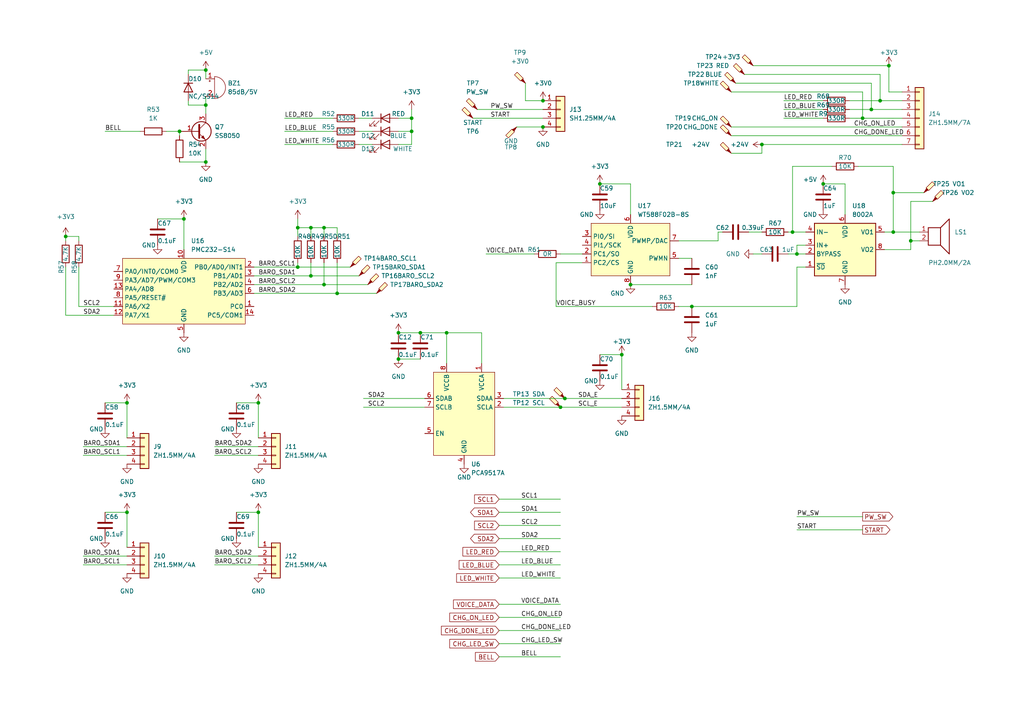
<source format=kicad_sch>
(kicad_sch (version 20211123) (generator eeschema)
  (paper "A4")
  (title_block (title "EDS-01-Main") (date "2022-10-19") (rev "V0.2") (company "Timye"))
  (lib_symbols
    (symbol "Connector:TestPoint_Probe" (pin_numbers hide) (pin_names (offset 0.762) hide)
      (property "Reference" "TP" (at 1.651 5.842 0))
      (property "Value" "TestPoint_Probe" (at 1.651 4.064 0))
      (symbol "TestPoint_Probe_0_1"
        (polyline (pts (xy 1.27 0.762) (xy 0 0) (xy 0.762 1.27) (xy 1.27 0.762)) (fill (type outline)))
        (polyline (pts (xy 1.397 0.635) (xy 0.635 1.397) (xy 2.413 3.175) (xy 3.175 2.413) (xy 1.397 0.635)) (fill (type background)))
      )
      (symbol "TestPoint_Probe_1_1"
        (pin passive line (at 0 0 90) (length 0) (name "1") (number "1"))
      )
    )
    (symbol "Connector_Generic:Conn_01x04" (pin_names (offset 1.016) hide)
      (property "Reference" "J" (at 0 5.08 0))
      (property "Value" "Conn_01x04" (at 0 -7.62 0))
      (symbol "Conn_01x04_1_1"
        (rectangle (start -1.27 -4.953) (end 0 -5.207) (stroke (width 0.1524)))
        (rectangle (start -1.27 -2.413) (end 0 -2.667) (stroke (width 0.1524)))
        (rectangle (start -1.27 0.127) (end 0 -0.127) (stroke (width 0.1524)))
        (rectangle (start -1.27 2.667) (end 0 2.413) (stroke (width 0.1524)))
        (rectangle (start -1.27 3.81) (end 1.27 -6.35) (stroke (width 0.254)) (fill (type background)))
        (pin passive line (at -5.08 2.54 0) (length 3.81) (name "Pin_1") (number "1"))
        (pin passive line (at -5.08 0 0) (length 3.81) (name "Pin_2") (number "2"))
        (pin passive line (at -5.08 -2.54 0) (length 3.81) (name "Pin_3") (number "3"))
        (pin passive line (at -5.08 -5.08 0) (length 3.81) (name "Pin_4") (number "4"))
      )
    )
    (symbol "Connector_Generic:Conn_01x07" (pin_names (offset 1.016) hide)
      (property "Reference" "J" (at 0 10.16 0))
      (property "Value" "Conn_01x07" (at 0 -10.16 0))
      (symbol "Conn_01x07_1_1"
        (rectangle (start -1.27 -7.493) (end 0 -7.747) (stroke (width 0.1524)))
        (rectangle (start -1.27 -4.953) (end 0 -5.207) (stroke (width 0.1524)))
        (rectangle (start -1.27 -2.413) (end 0 -2.667) (stroke (width 0.1524)))
        (rectangle (start -1.27 0.127) (end 0 -0.127) (stroke (width 0.1524)))
        (rectangle (start -1.27 2.667) (end 0 2.413) (stroke (width 0.1524)))
        (rectangle (start -1.27 5.207) (end 0 4.953) (stroke (width 0.1524)))
        (rectangle (start -1.27 7.747) (end 0 7.493) (stroke (width 0.1524)))
        (rectangle (start -1.27 8.89) (end 1.27 -8.89) (stroke (width 0.254)) (fill (type background)))
        (pin passive line (at -5.08 7.62 0) (length 3.81) (name "Pin_1") (number "1"))
        (pin passive line (at -5.08 5.08 0) (length 3.81) (name "Pin_2") (number "2"))
        (pin passive line (at -5.08 2.54 0) (length 3.81) (name "Pin_3") (number "3"))
        (pin passive line (at -5.08 0 0) (length 3.81) (name "Pin_4") (number "4"))
        (pin passive line (at -5.08 -2.54 0) (length 3.81) (name "Pin_5") (number "5"))
        (pin passive line (at -5.08 -5.08 0) (length 3.81) (name "Pin_6") (number "6"))
        (pin passive line (at -5.08 -7.62 0) (length 3.81) (name "Pin_7") (number "7"))
      )
    )
    (symbol "Device:Buzzer" (pin_names (offset 0.0254) hide)
      (property "Reference" "BZ" (at 3.81 1.27 0))
      (property "Value" "Buzzer" (at 3.81 -1.27 0))
      (symbol "Buzzer_0_1"
        (arc (start 0 -3.175) (mid 3.175 0) (end 0 3.175))
        (polyline (pts (xy -1.651 1.905) (xy -1.143 1.905)))
        (polyline (pts (xy -1.397 2.159) (xy -1.397 1.651)))
        (polyline (pts (xy 0 3.175) (xy 0 -3.175)))
      )
      (symbol "Buzzer_1_1"
        (pin passive line (at -2.54 2.54 0) (length 2.54) (name "-") (number "1"))
        (pin passive line (at -2.54 -2.54 0) (length 2.54) (name "+") (number "2"))
      )
    )
    (symbol "Device:C" (pin_numbers hide) (pin_names (offset 0.254))
      (property "Reference" "C" (at 0.635 2.54 0))
      (property "Value" "C" (at 0.635 -2.54 0))
      (symbol "C_0_1"
        (polyline (pts (xy -2.032 -0.762) (xy 2.032 -0.762)) (stroke (width 0.508)))
        (polyline (pts (xy -2.032 0.762) (xy 2.032 0.762)) (stroke (width 0.508)))
      )
      (symbol "C_1_1"
        (pin passive line (at 0 3.81 270) (length 2.794) (name "~") (number "1"))
        (pin passive line (at 0 -3.81 90) (length 2.794) (name "~") (number "2"))
      )
    )
    (symbol "Device:D" (pin_numbers hide) (pin_names (offset 1.016) hide)
      (property "Reference" "D" (at 0 2.54 0))
      (property "Value" "D" (at 0 -2.54 0))
      (symbol "D_0_1"
        (polyline (pts (xy -1.27 1.27) (xy -1.27 -1.27)) (stroke (width 0.254)))
        (polyline (pts (xy 1.27 0) (xy -1.27 0)))
        (polyline (pts (xy 1.27 1.27) (xy 1.27 -1.27) (xy -1.27 0) (xy 1.27 1.27)) (stroke (width 0.254)))
      )
      (symbol "D_1_1"
        (pin passive line (at -3.81 0 0) (length 2.54) (name "K") (number "1"))
        (pin passive line (at 3.81 0 180) (length 2.54) (name "A") (number "2"))
      )
    )
    (symbol "Device:LED" (pin_numbers hide) (pin_names (offset 1.016) hide)
      (property "Reference" "D" (at 0 2.54 0))
      (property "Value" "LED" (at 0 -2.54 0))
      (symbol "LED_0_1"
        (polyline (pts (xy -1.27 -1.27) (xy -1.27 1.27)) (stroke (width 0.254)))
        (polyline (pts (xy -1.27 0) (xy 1.27 0)))
        (polyline (pts (xy 1.27 -1.27) (xy 1.27 1.27) (xy -1.27 0) (xy 1.27 -1.27)) (stroke (width 0.254)))
        (polyline (pts (xy -3.048 -0.762) (xy -4.572 -2.286) (xy -3.81 -2.286) (xy -4.572 -2.286) (xy -4.572 -1.524)))
        (polyline (pts (xy -1.778 -0.762) (xy -3.302 -2.286) (xy -2.54 -2.286) (xy -3.302 -2.286) (xy -3.302 -1.524)))
      )
      (symbol "LED_1_1"
        (pin passive line (at -3.81 0 0) (length 2.54) (name "K") (number "1"))
        (pin passive line (at 3.81 0 180) (length 2.54) (name "A") (number "2"))
      )
    )
    (symbol "Device:Q_NPN_BEC" (pin_names (offset 0) hide)
      (property "Reference" "Q" (at 5.08 1.27 0))
      (property "Value" "Q_NPN_BEC" (at 5.08 -1.27 0))
      (symbol "Q_NPN_BEC_0_1"
        (polyline (pts (xy 0.635 0.635) (xy 2.54 2.54)))
        (polyline (pts (xy 0.635 -0.635) (xy 2.54 -2.54) (xy 2.54 -2.54)))
        (polyline (pts (xy 0.635 1.905) (xy 0.635 -1.905) (xy 0.635 -1.905)) (stroke (width 0.508)))
        (polyline (pts (xy 1.27 -1.778) (xy 1.778 -1.27) (xy 2.286 -2.286) (xy 1.27 -1.778) (xy 1.27 -1.778)) (fill (type outline)))
        (circle (center 1.27 0) (radius 2.8194) (stroke (width 0.254)))
      )
      (symbol "Q_NPN_BEC_1_1"
        (pin input line (at -5.08 0 0) (length 5.715) (name "B") (number "1"))
        (pin passive line (at 2.54 -5.08 90) (length 2.54) (name "E") (number "2"))
        (pin passive line (at 2.54 5.08 270) (length 2.54) (name "C") (number "3"))
      )
    )
    (symbol "Device:R" (pin_numbers hide) (pin_names (offset 0))
      (property "Reference" "R" (at 2.032 0 90))
      (property "Value" "R" (at 0 0 90))
      (symbol "R_0_1"
        (rectangle (start -1.016 -2.54) (end 1.016 2.54) (stroke (width 0.254)))
      )
      (symbol "R_1_1"
        (pin passive line (at 0 3.81 270) (length 1.27) (name "~") (number "1"))
        (pin passive line (at 0 -3.81 90) (length 1.27) (name "~") (number "2"))
      )
    )
    (symbol "Device:Speaker" (pin_names (offset 0) hide)
      (property "Reference" "LS" (at 1.27 5.715 0))
      (property "Value" "Speaker" (at 1.27 3.81 0))
      (symbol "Speaker_0_0"
        (rectangle (start -2.54 1.27) (end 1.016 -3.81) (stroke (width 0.254)))
        (polyline (pts (xy 1.016 1.27) (xy 3.556 3.81) (xy 3.556 -6.35) (xy 1.016 -3.81)) (stroke (width 0.254)))
      )
      (symbol "Speaker_1_1"
        (pin input line (at -5.08 0 0) (length 2.54) (name "1") (number "1"))
        (pin input line (at -5.08 -2.54 0) (length 2.54) (name "2") (number "2"))
      )
    )
    (symbol "Ovo_Amplifier:8002A"
      (property "Reference" "U" (at -8.89 11.43 0))
      (property "Value" "8002A" (at -8.89 8.89 0))
      (symbol "8002A_0_1"
        (rectangle (start -8.89 7.62) (end 8.89 -7.62) (stroke (width 0.254)) (fill (type background)))
      )
      (symbol "8002A_1_1"
        (pin input line (at -11.43 -5.08 0) (length 2.54) (name "~{SD}") (number "1"))
        (pin input line (at -11.43 -1.27 0) (length 2.54) (name "BYPASS") (number "2"))
        (pin input line (at -11.43 1.27 0) (length 2.54) (name "IN+") (number "3"))
        (pin input line (at -11.43 5.08 0) (length 2.54) (name "IN-") (number "4"))
        (pin output line (at 11.43 5.08 180) (length 2.54) (name "VO1") (number "5"))
        (pin power_in line (at 0 10.16 270) (length 2.54) (name "VDD") (number "6"))
        (pin power_in line (at 0 -10.16 90) (length 2.54) (name "GND") (number "7"))
        (pin output line (at 11.43 0 180) (length 2.54) (name "VO2") (number "8"))
      )
    )
    (symbol "Ovo_Audio:WT588F02B-8S"
      (property "Reference" "U" (at 3.81 11.43 0))
      (property "Value" "WT588F02B-8S" (at 10.16 8.89 0))
      (symbol "WT588F02B-8S_0_1"
        (rectangle (start -11.43 7.62) (end 11.43 -7.62) (fill (type background)))
      )
      (symbol "WT588F02B-8S_1_1"
        (pin bidirectional line (at -13.97 -3.81 0) (length 2.54) (name "PC2/CS") (number "1"))
        (pin bidirectional line (at -13.97 -1.27 0) (length 2.54) (name "PC1/SO") (number "2"))
        (pin bidirectional line (at -13.97 3.81 0) (length 2.54) (name "PI0/SI") (number "3"))
        (pin bidirectional line (at -13.97 1.27 0) (length 2.54) (name "PI1/SCK") (number "4"))
        (pin output line (at 13.97 -2.54 180) (length 2.54) (name "PWMN") (number "5"))
        (pin power_in line (at 0 10.16 270) (length 2.54) (name "VDD") (number "6"))
        (pin output line (at 13.97 2.54 180) (length 2.54) (name "PWMP/DAC") (number "7"))
        (pin power_in line (at 0 -10.16 90) (length 2.54) (name "GND") (number "8"))
      )
    )
    (symbol "Ovo_Interface_Expansion:PCA9517A"
      (property "Reference" "U" (at 2.54 -15.24 0))
      (property "Value" "PCA9517A" (at 6.35 -12.7 0))
      (symbol "PCA9517A_0_1"
        (rectangle (start -8.89 12.7) (end 8.89 -11.43) (fill (type background)))
      )
      (symbol "PCA9517A_1_1"
        (pin power_in line (at 5.08 15.24 270) (length 2.54) (name "VCCA") (number "1"))
        (pin bidirectional line (at 11.43 2.54 180) (length 2.54) (name "SCLA") (number "2"))
        (pin bidirectional line (at 11.43 5.08 180) (length 2.54) (name "SDAA") (number "3"))
        (pin power_in line (at 0 -13.97 90) (length 2.54) (name "GND") (number "4"))
        (pin input line (at -11.43 -5.08 0) (length 2.54) (name "EN") (number "5"))
        (pin bidirectional line (at -11.43 5.08 0) (length 2.54) (name "SDAB") (number "6"))
        (pin bidirectional line (at -11.43 2.54 0) (length 2.54) (name "SCLB") (number "7"))
        (pin power_in line (at -5.08 15.24 270) (length 2.54) (name "VCCB") (number "8"))
      )
    )
    (symbol "Ovo_MCU_Padauk:PMC232-S14"
      (property "Reference" "U" (at -15.24 12.7 0))
      (property "Value" "PMC232-S14" (at 11.43 12.7 0))
      (symbol "PMC232-S14_0_1"
        (rectangle (start -17.78 11.43) (end 17.78 -7.62) (fill (type background)))
      )
      (symbol "PMC232-S14_1_1"
        (pin bidirectional line (at 20.32 -2.54 180) (length 2.54) (name "PC0") (number "1"))
        (pin power_in line (at 0 13.97 270) (length 2.54) (name "VDD") (number "10"))
        (pin bidirectional line (at -20.32 -2.54 0) (length 2.54) (name "PA6/X2") (number "11"))
        (pin bidirectional line (at -20.32 -5.08 0) (length 2.54) (name "PA7/X1") (number "12"))
        (pin bidirectional line (at -20.32 2.54 0) (length 2.54) (name "PA4/AD8") (number "13"))
        (pin bidirectional line (at 20.32 -5.08 180) (length 2.54) (name "PC5/COM1") (number "14"))
        (pin bidirectional line (at 20.32 8.89 180) (length 2.54) (name "PB0/AD0/INT1") (number "2"))
        (pin bidirectional line (at 20.32 6.35 180) (length 2.54) (name "PB1/AD1") (number "3"))
        (pin bidirectional line (at 20.32 3.81 180) (length 2.54) (name "PB2/AD2") (number "4"))
        (pin power_in line (at 0 -10.16 90) (length 2.54) (name "GND") (number "5"))
        (pin bidirectional line (at 20.32 1.27 180) (length 2.54) (name "PB3/AD3") (number "6"))
        (pin bidirectional line (at -20.32 7.62 0) (length 2.54) (name "PA0/INT0/COM0") (number "7"))
        (pin bidirectional line (at -20.32 0 0) (length 2.54) (name "PA5/RESET#") (number "8"))
        (pin bidirectional line (at -20.32 5.08 0) (length 2.54) (name "PA3/AD7/PWM/COM3") (number "9"))
      )
    )
    (symbol "power:+24V" (power) (pin_names (offset 0))
      (property "Value" "+24V" (at 0 3.556 0))
      (symbol "+24V_0_1"
        (polyline (pts (xy -0.762 1.27) (xy 0 2.54)))
        (polyline (pts (xy 0 0) (xy 0 2.54)))
        (polyline (pts (xy 0 2.54) (xy 0.762 1.27)))
      )
      (symbol "+24V_1_1"
        (pin power_in line (at 0 0 90) (length 0) hide (name "+24V") (number "1"))
      )
    )
    (symbol "power:+3V0" (power) (pin_names (offset 0))
      (property "Value" "+3V0" (at 0 3.556 0))
      (symbol "+3V0_0_1"
        (polyline (pts (xy -0.762 1.27) (xy 0 2.54)))
        (polyline (pts (xy 0 0) (xy 0 2.54)))
        (polyline (pts (xy 0 2.54) (xy 0.762 1.27)))
      )
      (symbol "+3V0_1_1"
        (pin power_in line (at 0 0 90) (length 0) hide (name "+3V0") (number "1"))
      )
    )
    (symbol "power:+3V3" (power) (pin_names (offset 0))
      (property "Value" "+3V3" (at 0 3.556 0))
      (symbol "+3V3_0_1"
        (polyline (pts (xy -0.762 1.27) (xy 0 2.54)))
        (polyline (pts (xy 0 0) (xy 0 2.54)))
        (polyline (pts (xy 0 2.54) (xy 0.762 1.27)))
      )
      (symbol "+3V3_1_1"
        (pin power_in line (at 0 0 90) (length 0) hide (name "+3V3") (number "1"))
      )
    )
    (symbol "power:+5V" (power) (pin_names (offset 0))
      (property "Value" "+5V" (at 0 3.556 0))
      (symbol "+5V_0_1"
        (polyline (pts (xy -0.762 1.27) (xy 0 2.54)))
        (polyline (pts (xy 0 0) (xy 0 2.54)))
        (polyline (pts (xy 0 2.54) (xy 0.762 1.27)))
      )
      (symbol "+5V_1_1"
        (pin power_in line (at 0 0 90) (length 0) hide (name "+5V") (number "1"))
      )
    )
    (symbol "power:GND" (power) (pin_names (offset 0))
      (property "Value" "GND" (at 0 -3.81 0))
      (symbol "GND_0_1"
        (polyline (pts (xy 0 0) (xy 0 -1.27) (xy 1.27 -1.27) (xy 0 -2.54) (xy -1.27 -1.27) (xy 0 -1.27)))
      )
      (symbol "GND_1_1"
        (pin power_in line (at 0 0 270) (length 0) hide (name "GND") (number "1"))
      )
    )
  )
  (junction (at 163.83 115.57))
  (junction (at 264.16 69.85))
  (junction (at 257.81 19.05))
  (junction (at 182.88 82.55))
  (junction (at 157.48 29.21))
  (junction (at 97.79 85.09))
  (junction (at 36.83 116.84))
  (junction (at 74.93 148.59))
  (junction (at 229.87 67.31))
  (junction (at 90.17 80.01))
  (junction (at 115.57 96.52))
  (junction (at 19.05 68.58))
  (junction (at 86.36 77.47))
  (junction (at 53.34 63.5))
  (junction (at 90.17 66.04))
  (junction (at 86.36 66.04))
  (junction (at 115.57 104.14))
  (junction (at 119.38 38.1))
  (junction (at 162.56 118.11))
  (junction (at 252.73 31.75))
  (junction (at 36.83 148.59))
  (junction (at 59.69 30.48))
  (junction (at 238.76 53.34))
  (junction (at 220.98 41.91))
  (junction (at 200.66 88.9))
  (junction (at 59.69 46.99))
  (junction (at 259.08 67.31))
  (junction (at 250.19 34.29))
  (junction (at 231.14 73.66))
  (junction (at 259.08 55.88))
  (junction (at 157.48 36.83))
  (junction (at 52.07 38.1))
  (junction (at 93.98 82.55))
  (junction (at 173.99 53.34))
  (junction (at 121.92 96.52))
  (junction (at 255.27 29.21))
  (junction (at 93.98 66.04))
  (junction (at 59.69 20.32))
  (junction (at 129.54 96.52))
  (junction (at 119.38 34.29))
  (junction (at 180.34 102.87))
  (junction (at 74.93 116.84))
  (wire (pts (xy 250.19 26.67) (xy 250.19 34.29)))
  (wire (pts (xy 257.81 19.05) (xy 257.81 26.67)))
  (wire (pts (xy 144.78 156.21) (xy 162.56 156.21)))
  (wire (pts (xy 19.05 69.85) (xy 19.05 68.58)))
  (wire (pts (xy 245.11 53.34) (xy 245.11 62.23)))
  (wire (pts (xy 146.05 115.57) (xy 163.83 115.57)))
  (wire (pts (xy 173.99 102.87) (xy 180.34 102.87)))
  (wire (pts (xy 104.14 34.29) (xy 107.95 34.29)))
  (wire (pts (xy 86.36 66.04) (xy 86.36 68.58)))
  (wire (pts (xy 231.14 88.9) (xy 231.14 77.47)))
  (wire (pts (xy 82.55 41.91) (xy 96.52 41.91)))
  (wire (pts (xy 144.78 190.5) (xy 162.56 190.5)))
  (wire (pts (xy 246.38 29.21) (xy 255.27 29.21)))
  (wire (pts (xy 217.17 67.31) (xy 220.98 67.31)))
  (wire (pts (xy 140.97 73.66) (xy 154.94 73.66)))
  (wire (pts (xy 257.81 26.67) (xy 261.62 26.67)))
  (wire (pts (xy 246.38 31.75) (xy 252.73 31.75)))
  (wire (pts (xy 215.9 21.59) (xy 255.27 21.59)))
  (wire (pts (xy 252.73 24.13) (xy 252.73 31.75)))
  (wire (pts (xy 213.36 24.13) (xy 252.73 24.13)))
  (wire (pts (xy 270.51 58.42) (xy 264.16 58.42)))
  (wire (pts (xy 24.13 129.54) (xy 36.83 129.54)))
  (wire (pts (xy 54.61 21.59) (xy 54.61 20.32)))
  (wire (pts (xy 238.76 53.34) (xy 245.11 53.34)))
  (wire (pts (xy 152.4 24.13) (xy 152.4 29.21)))
  (wire (pts (xy 212.09 39.37) (xy 261.62 39.37)))
  (wire (pts (xy 115.57 34.29) (xy 119.38 34.29)))
  (wire (pts (xy 59.69 27.94) (xy 59.69 30.48)))
  (wire (pts (xy 62.23 161.29) (xy 74.93 161.29)))
  (wire (pts (xy 54.61 30.48) (xy 59.69 30.48)))
  (wire (pts (xy 82.55 38.1) (xy 96.52 38.1)))
  (wire (pts (xy 59.69 30.48) (xy 59.69 33.02)))
  (wire (pts (xy 93.98 82.55) (xy 106.68 82.55)))
  (wire (pts (xy 259.08 55.88) (xy 267.97 55.88)))
  (wire (pts (xy 121.92 96.52) (xy 129.54 96.52)))
  (wire (pts (xy 256.54 72.39) (xy 264.16 72.39)))
  (wire (pts (xy 93.98 66.04) (xy 93.98 68.58)))
  (wire (pts (xy 82.55 34.29) (xy 96.52 34.29)))
  (wire (pts (xy 162.56 118.11) (xy 180.34 118.11)))
  (wire (pts (xy 212.09 36.83) (xy 261.62 36.83)))
  (wire (pts (xy 212.09 44.45) (xy 220.98 44.45)))
  (wire (pts (xy 200.66 74.93) (xy 196.85 74.93)))
  (wire (pts (xy 73.66 85.09) (xy 97.79 85.09)))
  (wire (pts (xy 248.92 48.26) (xy 259.08 48.26)))
  (wire (pts (xy 54.61 20.32) (xy 59.69 20.32)))
  (wire (pts (xy 24.13 161.29) (xy 36.83 161.29)))
  (wire (pts (xy 227.33 34.29) (xy 238.76 34.29)))
  (wire (pts (xy 90.17 80.01) (xy 104.14 80.01)))
  (wire (pts (xy 52.07 38.1) (xy 52.07 39.37)))
  (wire (pts (xy 62.23 129.54) (xy 74.93 129.54)))
  (wire (pts (xy 119.38 38.1) (xy 119.38 41.91)))
  (wire (pts (xy 97.79 85.09) (xy 109.22 85.09)))
  (wire (pts (xy 144.78 179.07) (xy 162.56 179.07)))
  (wire (pts (xy 36.83 116.84) (xy 36.83 127)))
  (wire (pts (xy 30.48 148.59) (xy 36.83 148.59)))
  (wire (pts (xy 22.86 88.9) (xy 33.02 88.9)))
  (wire (pts (xy 137.16 34.29) (xy 157.48 34.29)))
  (wire (pts (xy 229.87 67.31) (xy 233.68 67.31)))
  (wire (pts (xy 144.78 160.02) (xy 162.56 160.02)))
  (wire (pts (xy 86.36 77.47) (xy 86.36 76.2)))
  (wire (pts (xy 233.68 71.12) (xy 231.14 71.12)))
  (wire (pts (xy 86.36 63.5) (xy 86.36 66.04)))
  (wire (pts (xy 182.88 53.34) (xy 182.88 62.23)))
  (wire (pts (xy 68.58 116.84) (xy 74.93 116.84)))
  (wire (pts (xy 180.34 102.87) (xy 180.34 113.03)))
  (wire (pts (xy 144.78 163.83) (xy 162.56 163.83)))
  (wire (pts (xy 115.57 38.1) (xy 119.38 38.1)))
  (wire (pts (xy 59.69 20.32) (xy 59.69 22.86)))
  (wire (pts (xy 30.48 116.84) (xy 36.83 116.84)))
  (wire (pts (xy 59.69 43.18) (xy 59.69 46.99)))
  (wire (pts (xy 246.38 34.29) (xy 250.19 34.29)))
  (wire (pts (xy 129.54 96.52) (xy 129.54 105.41)))
  (wire (pts (xy 231.14 71.12) (xy 231.14 73.66)))
  (wire (pts (xy 97.79 85.09) (xy 97.79 76.2)))
  (wire (pts (xy 196.85 69.85) (xy 208.28 69.85)))
  (wire (pts (xy 259.08 67.31) (xy 256.54 67.31)))
  (wire (pts (xy 90.17 66.04) (xy 90.17 68.58)))
  (wire (pts (xy 73.66 80.01) (xy 90.17 80.01)))
  (wire (pts (xy 48.26 38.1) (xy 52.07 38.1)))
  (wire (pts (xy 119.38 41.91) (xy 115.57 41.91)))
  (wire (pts (xy 139.7 96.52) (xy 129.54 96.52)))
  (wire (pts (xy 93.98 76.2) (xy 93.98 82.55)))
  (wire (pts (xy 152.4 29.21) (xy 157.48 29.21)))
  (wire (pts (xy 182.88 82.55) (xy 200.66 82.55)))
  (wire (pts (xy 90.17 76.2) (xy 90.17 80.01)))
  (wire (pts (xy 144.78 167.64) (xy 162.56 167.64)))
  (wire (pts (xy 227.33 31.75) (xy 238.76 31.75)))
  (wire (pts (xy 255.27 21.59) (xy 255.27 29.21)))
  (wire (pts (xy 229.87 48.26) (xy 229.87 67.31)))
  (wire (pts (xy 54.61 30.48) (xy 54.61 29.21)))
  (wire (pts (xy 19.05 77.47) (xy 19.05 91.44)))
  (wire (pts (xy 62.23 132.08) (xy 74.93 132.08)))
  (wire (pts (xy 200.66 88.9) (xy 231.14 88.9)))
  (wire (pts (xy 252.73 31.75) (xy 261.62 31.75)))
  (wire (pts (xy 220.98 41.91) (xy 261.62 41.91)))
  (wire (pts (xy 250.19 34.29) (xy 261.62 34.29)))
  (wire (pts (xy 86.36 66.04) (xy 90.17 66.04)))
  (wire (pts (xy 146.05 118.11) (xy 162.56 118.11)))
  (wire (pts (xy 52.07 46.99) (xy 59.69 46.99)))
  (wire (pts (xy 218.44 19.05) (xy 257.81 19.05)))
  (wire (pts (xy 259.08 67.31) (xy 266.7 67.31)))
  (wire (pts (xy 30.48 38.1) (xy 40.64 38.1)))
  (wire (pts (xy 163.83 115.57) (xy 180.34 115.57)))
  (wire (pts (xy 212.09 26.67) (xy 250.19 26.67)))
  (wire (pts (xy 161.29 88.9) (xy 161.29 76.2)))
  (wire (pts (xy 162.56 73.66) (xy 168.91 73.66)))
  (wire (pts (xy 231.14 77.47) (xy 233.68 77.47)))
  (wire (pts (xy 208.28 67.31) (xy 208.28 69.85)))
  (wire (pts (xy 139.7 105.41) (xy 139.7 96.52)))
  (wire (pts (xy 208.28 67.31) (xy 209.55 67.31)))
  (wire (pts (xy 53.34 63.5) (xy 53.34 72.39)))
  (wire (pts (xy 22.86 68.58) (xy 22.86 69.85)))
  (wire (pts (xy 24.13 132.08) (xy 36.83 132.08)))
  (wire (pts (xy 144.78 182.88) (xy 162.56 182.88)))
  (wire (pts (xy 264.16 72.39) (xy 264.16 69.85)))
  (wire (pts (xy 45.72 63.5) (xy 53.34 63.5)))
  (wire (pts (xy 161.29 76.2) (xy 168.91 76.2)))
  (wire (pts (xy 105.41 118.11) (xy 123.19 118.11)))
  (wire (pts (xy 228.6 67.31) (xy 229.87 67.31)))
  (wire (pts (xy 264.16 58.42) (xy 264.16 69.85)))
  (wire (pts (xy 19.05 91.44) (xy 33.02 91.44)))
  (wire (pts (xy 259.08 55.88) (xy 259.08 67.31)))
  (wire (pts (xy 86.36 77.47) (xy 101.6 77.47)))
  (wire (pts (xy 227.33 29.21) (xy 238.76 29.21)))
  (wire (pts (xy 115.57 104.14) (xy 121.92 104.14)))
  (wire (pts (xy 241.3 48.26) (xy 229.87 48.26)))
  (wire (pts (xy 119.38 31.75) (xy 119.38 34.29)))
  (wire (pts (xy 228.6 73.66) (xy 231.14 73.66)))
  (wire (pts (xy 220.98 73.66) (xy 218.44 73.66)))
  (wire (pts (xy 259.08 48.26) (xy 259.08 55.88)))
  (wire (pts (xy 74.93 116.84) (xy 74.93 127)))
  (wire (pts (xy 144.78 175.26) (xy 162.56 175.26)))
  (wire (pts (xy 119.38 34.29) (xy 119.38 38.1)))
  (wire (pts (xy 19.05 68.58) (xy 22.86 68.58)))
  (wire (pts (xy 68.58 148.59) (xy 74.93 148.59)))
  (wire (pts (xy 231.14 153.67) (xy 250.19 153.67)))
  (wire (pts (xy 138.43 31.75) (xy 157.48 31.75)))
  (wire (pts (xy 173.99 53.34) (xy 182.88 53.34)))
  (wire (pts (xy 74.93 148.59) (xy 74.93 158.75)))
  (wire (pts (xy 189.23 88.9) (xy 161.29 88.9)))
  (wire (pts (xy 73.66 82.55) (xy 93.98 82.55)))
  (wire (pts (xy 36.83 148.59) (xy 36.83 158.75)))
  (wire (pts (xy 149.86 36.83) (xy 157.48 36.83)))
  (wire (pts (xy 62.23 163.83) (xy 74.93 163.83)))
  (wire (pts (xy 220.98 44.45) (xy 220.98 41.91)))
  (wire (pts (xy 90.17 66.04) (xy 93.98 66.04)))
  (wire (pts (xy 97.79 68.58) (xy 97.79 66.04)))
  (wire (pts (xy 231.14 73.66) (xy 233.68 73.66)))
  (wire (pts (xy 144.78 186.69) (xy 162.56 186.69)))
  (wire (pts (xy 196.85 88.9) (xy 200.66 88.9)))
  (wire (pts (xy 105.41 115.57) (xy 123.19 115.57)))
  (wire (pts (xy 144.78 148.59) (xy 162.56 148.59)))
  (wire (pts (xy 255.27 29.21) (xy 261.62 29.21)))
  (wire (pts (xy 231.14 149.86) (xy 250.19 149.86)))
  (wire (pts (xy 121.92 96.52) (xy 115.57 96.52)))
  (wire (pts (xy 144.78 144.78) (xy 162.56 144.78)))
  (wire (pts (xy 104.14 41.91) (xy 107.95 41.91)))
  (wire (pts (xy 104.14 38.1) (xy 107.95 38.1)))
  (wire (pts (xy 93.98 66.04) (xy 97.79 66.04)))
  (wire (pts (xy 24.13 163.83) (xy 36.83 163.83)))
  (wire (pts (xy 22.86 77.47) (xy 22.86 88.9)))
  (wire (pts (xy 73.66 77.47) (xy 86.36 77.47)))
  (wire (pts (xy 144.78 152.4) (xy 162.56 152.4)))
  (wire (pts (xy 264.16 69.85) (xy 266.7 69.85)))
  (label "LED_WHITE" (at 151.13 167.64 0))
  (label "BELL" (at 30.48 38.1 0))
  (label "SCL2" (at 106.68 118.11 0))
  (label "SDA2" (at 151.13 156.21 0))
  (label "SDA1" (at 151.13 148.59 0))
  (label "CHG_ON_LED" (at 247.65 36.83 0))
  (label "START" (at 231.14 153.67 0))
  (label "BARO_SDA1" (at 24.13 129.54 0))
  (label "BARO_SDA2" (at 74.93 85.09 0))
  (label "LED_RED" (at 151.13 160.02 0))
  (label "CHG_DONE_LED" (at 151.13 182.88 0))
  (label "BARO_SDA1" (at 74.93 80.01 0))
  (label "SDA2" (at 24.13 91.44 0))
  (label "BARO_SDA2" (at 62.23 161.29 0))
  (label "BARO_SCL2" (at 74.93 82.55 0))
  (label "CHG_DONE_LED" (at 247.65 39.37 0))
  (label "BARO_SCL2" (at 62.23 163.83 0))
  (label "BELL" (at 151.13 190.5 0))
  (label "CHG_LED_SW" (at 151.13 186.69 0))
  (label "VOICE_DATA" (at 151.13 175.26 0))
  (label "LED_RED" (at 227.33 29.21 0))
  (label "BARO_SCL2" (at 62.23 132.08 0))
  (label "START" (at 142.24 34.29 0))
  (label "SCL_E" (at 167.64 118.11 0))
  (label "LED_BLUE" (at 151.13 163.83 0))
  (label "LED_BLUE" (at 227.33 31.75 0))
  (label "BARO_SDA1" (at 24.13 161.29 0))
  (label "LED_BLUE" (at 82.55 38.1 0))
  (label "SCL2" (at 151.13 152.4 0))
  (label "PW_SW" (at 231.14 149.86 0))
  (label "PW_SW" (at 142.24 31.75 0))
  (label "CHG_ON_LED" (at 151.13 179.07 0))
  (label "VOICE_DATA" (at 140.97 73.66 0))
  (label "LED_WHITE" (at 227.33 34.29 0))
  (label "BARO_SCL1" (at 74.93 77.47 0))
  (label "VOICE_BUSY" (at 161.29 88.9 0))
  (label "SDA2" (at 106.68 115.57 0))
  (label "BARO_SCL1" (at 24.13 132.08 0))
  (label "SDA_E" (at 167.64 115.57 0))
  (label "SCL1" (at 151.13 144.78 0))
  (label "BARO_SCL1" (at 24.13 163.83 0))
  (label "LED_WHITE" (at 82.55 41.91 0))
  (label "LED_RED" (at 82.55 34.29 0))
  (label "SCL2" (at 24.13 88.9 0))
  (label "BARO_SDA2" (at 62.23 129.54 0))
  (global_label "SDA1" (shape bidirectional) (at 144.78 148.59 180) (property "Intersheet References" "${INTERSHEET_REFS}" (effects hide)))
  (global_label "CHG_LED_SW" (shape input) (at 144.78 186.69 180) (property "Intersheet References" "${INTERSHEET_REFS}" (effects hide)))
  (global_label "PW_SW" (shape output) (at 250.19 149.86 0) (property "Intersheet References" "${INTERSHEET_REFS}" (effects hide)))
  (global_label "LED_RED" (shape input) (at 144.78 160.02 180) (property "Intersheet References" "${INTERSHEET_REFS}" (effects hide)))
  (global_label "SCL2" (shape input) (at 144.78 152.4 180) (property "Intersheet References" "${INTERSHEET_REFS}" (effects hide)))
  (global_label "SDA2" (shape bidirectional) (at 144.78 156.21 180) (property "Intersheet References" "${INTERSHEET_REFS}" (effects hide)))
  (global_label "LED_WHITE" (shape input) (at 144.78 167.64 180) (property "Intersheet References" "${INTERSHEET_REFS}" (effects hide)))
  (global_label "VOICE_DATA" (shape input) (at 144.78 175.26 180) (property "Intersheet References" "${INTERSHEET_REFS}" (effects hide)))
  (global_label "SCL1" (shape input) (at 144.78 144.78 180) (property "Intersheet References" "${INTERSHEET_REFS}" (effects hide)))
  (global_label "LED_BLUE" (shape input) (at 144.78 163.83 180) (property "Intersheet References" "${INTERSHEET_REFS}" (effects hide)))
  (global_label "CHG_DONE_LED" (shape input) (at 144.78 182.88 180) (property "Intersheet References" "${INTERSHEET_REFS}" (effects hide)))
  (global_label "CHG_ON_LED" (shape input) (at 144.78 179.07 180) (property "Intersheet References" "${INTERSHEET_REFS}" (effects hide)))
  (global_label "BELL" (shape input) (at 144.78 190.5 180) (property "Intersheet References" "${INTERSHEET_REFS}" (effects hide)))
  (global_label "START" (shape output) (at 250.19 153.67 0) (property "Intersheet References" "${INTERSHEET_REFS}" (effects hide)))
  (symbol (lib_id "Ovo_Amplifier:8002A") (at 245.11 72.39 0) (unit 1)
    (property "Reference" "U18" (at 247.1294 59.69 0) (effects (justify left)))
    (property "Value" "8002A" (at 247.1294 62.23 0) (effects (justify left)))
    (property "Footprint" "Package_SO:SOP-8_3.9x4.9mm_P1.27mm" (effects hide))
    (property "Datasheet" "https://atta.szlcsc.com/upload/public/pdf/source/20170211/1486785664274.pdf" (effects hide))
  )
  (symbol (lib_id "Connector:TestPoint_Probe") (at 218.44 19.05 90) (unit 1)
    (property "Reference" "TP24" (at 207.01 16.51 90))
    (property "Value" "+3V3" (at 212.09 16.51 90))
    (property "Footprint" "TestPoint:TestPoint_Pad_D1.0mm" (effects hide))
  )
  (symbol (lib_id "power:+3V3") (at 119.38 31.75 0) (unit 1)
    (property "Reference" "#PWR0225" (effects hide))
    (property "Value" "+3V3" (at 119.38 26.67 0))
  )
  (symbol (lib_id "power:+3V3") (at 86.36 63.5 0) (unit 1)
    (property "Reference" "#PWR0212" (effects hide))
    (property "Value" "+3V3" (at 86.36 58.42 0))
  )
  (symbol (lib_id "Connector:TestPoint_Probe") (at 270.51 58.42 0) (unit 1)
    (property "Reference" "TP26" (at 275.59 55.88 0))
    (property "Value" "VO2" (at 280.67 55.88 0))
    (property "Footprint" "TestPoint:TestPoint_Pad_D1.0mm" (effects hide))
  )
  (symbol (lib_id "Device:C") (at 45.72 67.31 0) (unit 1)
    (property "Reference" "C67" (at 45.72 64.77 0) (effects (justify left)))
    (property "Value" "0.1uF" (at 45.72 69.85 0) (effects (justify left)))
    (property "Footprint" "Capacitor_SMD:C_0603_1608Metric" (effects hide))
  )
  (symbol (lib_id "Device:C") (at 238.76 57.15 0) (unit 1)
    (property "Reference" "C64" (at 238.76 54.61 0) (effects (justify left)))
    (property "Value" "1uF" (at 238.76 59.69 0) (effects (justify left)))
    (property "Footprint" "Capacitor_SMD:C_0603_1608Metric" (effects hide))
  )
  (symbol (lib_id "Connector:TestPoint_Probe") (at 267.97 55.88 0) (unit 1)
    (property "Reference" "TP25" (at 273.05 53.34 0))
    (property "Value" "VO1" (at 278.13 53.34 0))
    (property "Footprint" "TestPoint:TestPoint_Pad_D1.0mm" (effects hide))
  )
  (symbol (lib_id "Device:LED") (at 111.76 38.1 0) (unit 1)
    (property "Reference" "D12" (at 106.68 39.37 0))
    (property "Value" "BLUE" (at 115.57 39.37 0))
    (property "Footprint" "LED_SMD:LED_0603_1608Metric" (effects hide))
  )
  (symbol (lib_id "Device:R") (at 93.98 72.39 0) (unit 1)
    (property "Reference" "R50" (at 93.98 68.58 0) (effects (justify left)))
    (property "Value" "10K" (at 93.98 74.93 90) (effects (justify left)))
    (property "Footprint" "Resistor_SMD:R_0603_1608Metric" (effects hide))
  )
  (symbol (lib_id "Connector:TestPoint_Probe") (at 212.09 26.67 90) (unit 1)
    (property "Reference" "TP18" (at 200.66 24.13 90))
    (property "Value" "WHITE" (at 205.74 24.13 90))
    (property "Footprint" "TestPoint:TestPoint_Pad_D1.0mm" (effects hide))
  )
  (symbol (lib_id "Device:R") (at 242.57 34.29 90) (unit 1)
    (property "Reference" "R9" (at 238.76 33.02 90))
    (property "Value" "330R" (at 242.57 34.29 90))
    (property "Footprint" "Resistor_SMD:R_0603_1608Metric" (effects hide))
  )
  (symbol (lib_id "power:+3V3") (at 180.34 102.87 0) (unit 1)
    (property "Reference" "#PWR0226" (effects hide))
    (property "Value" "+3V3" (at 180.34 99.06 0))
  )
  (symbol (lib_id "power:+3V3") (at 74.93 116.84 0) (unit 1)
    (property "Reference" "#PWR0213" (effects hide))
    (property "Value" "+3V3" (at 74.93 111.76 0))
  )
  (symbol (lib_id "power:+3V0") (at 157.48 29.21 0) (unit 1)
    (property "Reference" "#PWR0122" (effects hide))
    (property "Value" "+3V0" (at 157.48 24.13 0))
  )
  (symbol (lib_id "Device:C") (at 173.99 106.68 0) (unit 1)
    (property "Reference" "C70" (at 173.99 104.14 0) (effects (justify left)))
    (property "Value" "0.1uF" (at 173.99 109.22 0) (effects (justify left)))
    (property "Footprint" "Capacitor_SMD:C_0603_1608Metric" (effects hide))
  )
  (symbol (lib_id "Connector_Generic:Conn_01x04") (at 41.91 129.54 0) (unit 1)
    (property "Reference" "J9" (at 44.45 129.5399 0) (effects (justify left)))
    (property "Value" "ZH1.5MM/4A" (at 44.45 132.0799 0) (effects (justify left)))
    (property "Footprint" "Ovo_Connector_JST:JST_ZH_B04B-ZR_1x04_P1.50mm_Vertical" (effects hide))
  )
  (symbol (lib_id "Ovo_Audio:WT588F02B-8S") (at 182.88 72.39 0) (unit 1)
    (property "Reference" "U17" (at 184.8994 59.69 0) (effects (justify left)))
    (property "Value" "WT588F02B-8S" (at 184.8994 62.23 0) (effects (justify left)))
    (property "Footprint" "Package_SO:SOP-8_3.9x4.9mm_P1.27mm" (effects hide))
  )
  (symbol (lib_id "power:GND") (at 238.76 60.96 0) (unit 1)
    (property "Reference" "#PWR0203" (effects hide))
    (property "Value" "GND" (at 234.95 62.23 0))
  )
  (symbol (lib_id "power:GND") (at 180.34 120.65 0) (unit 1)
    (property "Reference" "#PWR0228" (effects hide))
    (property "Value" "GND" (at 180.34 125.73 0))
  )
  (symbol (lib_id "Device:C") (at 200.66 78.74 0) (unit 1)
    (property "Reference" "C60" (at 204.47 77.4699 0) (effects (justify left)))
    (property "Value" "1nF" (at 204.47 80.0099 0) (effects (justify left)))
    (property "Footprint" "Capacitor_SMD:C_0603_1608Metric" (effects hide))
  )
  (symbol (lib_id "power:+3V3") (at 36.83 116.84 0) (unit 1)
    (property "Reference" "#PWR0221" (effects hide))
    (property "Value" "+3V3" (at 36.83 111.76 0))
  )
  (symbol (lib_id "power:GND") (at 115.57 104.14 0) (unit 1)
    (property "Reference" "#PWR0214" (effects hide))
    (property "Value" "GND" (at 115.57 109.22 0))
  )
  (symbol (lib_id "power:+3V3") (at 173.99 53.34 0) (unit 1)
    (property "Reference" "#PWR0193" (effects hide))
    (property "Value" "+3V3" (at 173.99 48.26 0))
  )
  (symbol (lib_id "Connector:TestPoint_Probe") (at 109.22 85.09 0) (unit 1)
    (property "Reference" "TP17" (at 115.57 82.55 0))
    (property "Value" "BARO_SDA2" (at 123.19 82.55 0))
    (property "Footprint" "TestPoint:TestPoint_Pad_D1.0mm" (effects hide))
  )
  (symbol (lib_id "Connector:TestPoint_Probe") (at 104.14 80.01 0) (unit 1)
    (property "Reference" "TP15" (at 110.49 77.47 0))
    (property "Value" "BARO_SDA1" (at 118.11 77.47 0))
    (property "Footprint" "TestPoint:TestPoint_Pad_D1.0mm" (effects hide))
  )
  (symbol (lib_id "Device:R") (at 224.79 67.31 90) (unit 1)
    (property "Reference" "R67" (at 224.79 64.77 90))
    (property "Value" "10K" (at 224.79 67.31 90))
    (property "Footprint" "Resistor_SMD:R_0603_1608Metric" (effects hide))
  )
  (symbol (lib_id "Device:C") (at 68.58 152.4 0) (unit 1)
    (property "Reference" "C69" (at 68.58 149.86 0) (effects (justify left)))
    (property "Value" "0.1uF" (at 68.58 154.94 0) (effects (justify left)))
    (property "Footprint" "Capacitor_SMD:C_0603_1608Metric" (effects hide))
  )
  (symbol (lib_id "Device:C") (at 200.66 92.71 0) (unit 1)
    (property "Reference" "C61" (at 204.47 91.4399 0) (effects (justify left)))
    (property "Value" "1uF" (at 204.47 93.9799 0) (effects (justify left)))
    (property "Footprint" "Capacitor_SMD:C_0603_1608Metric" (effects hide))
  )
  (symbol (lib_id "Connector:TestPoint_Probe") (at 137.16 34.29 90) (unit 1)
    (property "Reference" "TP6" (at 137.16 38.1 90))
    (property "Value" "START" (at 137.16 35.56 90))
    (property "Footprint" "TestPoint:TestPoint_Pad_D1.0mm" (effects hide))
  )
  (symbol (lib_id "Device:LED") (at 111.76 41.91 0) (unit 1)
    (property "Reference" "D13" (at 106.68 43.18 0))
    (property "Value" "WHITE" (at 116.84 43.18 0))
    (property "Footprint" "LED_SMD:LED_0603_1608Metric" (effects hide))
  )
  (symbol (lib_id "Ovo_Interface_Expansion:PCA9517A") (at 134.62 120.65 0) (unit 1)
    (property "Reference" "U6" (at 136.6394 134.62 0) (effects (justify left)))
    (property "Value" "PCA9517A" (at 136.6394 137.16 0) (effects (justify left)))
    (property "Footprint" "Package_SO:TSSOP-8_3x3mm_P0.65mm" (effects hide))
  )
  (symbol (lib_id "Device:C") (at 30.48 152.4 0) (unit 1)
    (property "Reference" "C66" (at 30.48 149.86 0) (effects (justify left)))
    (property "Value" "0.1uF" (at 30.48 154.94 0) (effects (justify left)))
    (property "Footprint" "Capacitor_SMD:C_0603_1608Metric" (effects hide))
  )
  (symbol (lib_id "Connector:TestPoint_Probe") (at 163.83 115.57 90) (unit 1)
    (property "Reference" "TP13" (at 151.13 114.3 90))
    (property "Value" "SDA" (at 156.21 114.3 90))
    (property "Footprint" "TestPoint:TestPoint_Pad_D1.0mm" (effects hide))
  )
  (symbol (lib_id "Connector:TestPoint_Probe") (at 106.68 82.55 0) (unit 1)
    (property "Reference" "TP16" (at 113.03 80.01 0))
    (property "Value" "BARO_SCL2" (at 120.65 80.01 0))
    (property "Footprint" "TestPoint:TestPoint_Pad_D1.0mm" (effects hide))
  )
  (symbol (lib_id "Device:Buzzer") (at 62.23 25.4 0) (unit 1)
    (property "Reference" "BZ1" (at 66.04 24.1299 0) (effects (justify left)))
    (property "Value" "85dB/5V" (at 66.04 26.6699 0) (effects (justify left)))
    (property "Footprint" "Buzzer_Beeper:Buzzer_12x9.5RM7.6" (effects hide))
  )
  (symbol (lib_id "Device:Q_NPN_BEC") (at 57.15 38.1 0) (unit 1)
    (property "Reference" "Q7" (at 62.23 36.8299 0) (effects (justify left)))
    (property "Value" "SS8050" (at 62.23 39.3699 0) (effects (justify left)))
    (property "Footprint" "Package_TO_SOT_SMD:SOT-23" (effects hide))
  )
  (symbol (lib_id "Device:LED") (at 111.76 34.29 0) (unit 1)
    (property "Reference" "D11" (at 106.68 33.02 0))
    (property "Value" "RED" (at 115.57 33.02 0))
    (property "Footprint" "LED_SMD:LED_0603_1608Metric" (effects hide))
  )
  (symbol (lib_id "power:+5V") (at 59.69 20.32 0) (unit 1)
    (property "Reference" "#PWR0219" (effects hide))
    (property "Value" "+5V" (at 59.69 15.24 0))
  )
  (symbol (lib_id "Device:R") (at 100.33 34.29 90) (unit 1)
    (property "Reference" "R52" (at 95.25 33.02 90))
    (property "Value" "330R" (at 100.33 34.29 90))
    (property "Footprint" "Resistor_SMD:R_0603_1608Metric" (effects hide))
  )
  (symbol (lib_id "power:+3V3") (at 74.93 148.59 0) (unit 1)
    (property "Reference" "#PWR0205" (effects hide))
    (property "Value" "+3V3" (at 74.93 143.51 0))
  )
  (symbol (lib_id "Connector_Generic:Conn_01x04") (at 162.56 31.75 0) (unit 1)
    (property "Reference" "J13" (at 165.1 31.7499 0) (effects (justify left)))
    (property "Value" "SH1.25MM/4A" (at 165.1 34.2899 0) (effects (justify left)))
    (property "Footprint" "Connector_Molex:Molex_PicoBlade_53047-0410_1x04_P1.25mm_Vertical" (effects hide))
  )
  (symbol (lib_id "Device:R") (at 193.04 88.9 90) (unit 1)
    (property "Reference" "R63" (at 193.04 86.36 90))
    (property "Value" "10K" (at 193.04 88.9 90))
    (property "Footprint" "Resistor_SMD:R_0603_1608Metric" (effects hide))
  )
  (symbol (lib_id "Connector_Generic:Conn_01x04") (at 185.42 115.57 0) (unit 1)
    (property "Reference" "J16" (at 187.96 115.5699 0) (effects (justify left)))
    (property "Value" "ZH1.5MM/4A" (at 187.96 118.1099 0) (effects (justify left)))
    (property "Footprint" "Ovo_Connector_JST:JST_ZH_B04B-ZR_1x04_P1.50mm_Vertical" (effects hide))
  )
  (symbol (lib_id "Connector:TestPoint_Probe") (at 101.6 77.47 0) (unit 1)
    (property "Reference" "TP14" (at 107.95 74.93 0))
    (property "Value" "BARO_SCL1" (at 115.57 74.93 0))
    (property "Footprint" "TestPoint:TestPoint_Pad_D1.0mm" (effects hide))
  )
  (symbol (lib_id "Device:R") (at 90.17 72.39 0) (unit 1)
    (property "Reference" "R49" (at 90.17 68.58 0) (effects (justify left)))
    (property "Value" "10K" (at 90.17 74.93 90) (effects (justify left)))
    (property "Footprint" "Resistor_SMD:R_0603_1608Metric" (effects hide))
  )
  (symbol (lib_id "power:+3V3") (at 36.83 148.59 0) (unit 1)
    (property "Reference" "#PWR0210" (effects hide))
    (property "Value" "+3V3" (at 36.83 143.51 0))
  )
  (symbol (lib_id "power:+3V3") (at 115.57 96.52 0) (unit 1)
    (property "Reference" "#PWR0215" (effects hide))
    (property "Value" "+3V3" (at 115.57 91.44 0))
  )
  (symbol (lib_id "Connector_Generic:Conn_01x04") (at 80.01 161.29 0) (unit 1)
    (property "Reference" "J12" (at 82.55 161.2899 0) (effects (justify left)))
    (property "Value" "ZH1.5MM/4A" (at 82.55 163.8299 0) (effects (justify left)))
    (property "Footprint" "Ovo_Connector_JST:JST_ZH_B04B-ZR_1x04_P1.50mm_Vertical" (effects hide))
  )
  (symbol (lib_id "Connector_Generic:Conn_01x04") (at 41.91 161.29 0) (unit 1)
    (property "Reference" "J10" (at 44.45 161.2899 0) (effects (justify left)))
    (property "Value" "ZH1.5MM/4A" (at 44.45 163.8299 0) (effects (justify left)))
    (property "Footprint" "Ovo_Connector_JST:JST_ZH_B04B-ZR_1x04_P1.50mm_Vertical" (effects hide))
  )
  (symbol (lib_id "power:+24V") (at 220.98 41.91 90) (unit 1)
    (property "Reference" "#PWR0201" (effects hide))
    (property "Value" "+24V" (at 217.17 41.9099 90) (effects (justify left)))
  )
  (symbol (lib_id "Device:R") (at 242.57 29.21 90) (unit 1)
    (property "Reference" "R68" (at 238.76 27.94 90))
    (property "Value" "330R" (at 242.57 29.21 90))
    (property "Footprint" "Resistor_SMD:R_0603_1608Metric" (effects hide))
  )
  (symbol (lib_id "Connector:TestPoint_Probe") (at 162.56 118.11 90) (unit 1)
    (property "Reference" "TP12" (at 151.13 116.84 90))
    (property "Value" "SCL" (at 156.21 116.84 90))
    (property "Footprint" "TestPoint:TestPoint_Pad_D1.0mm" (effects hide))
  )
  (symbol (lib_id "Connector:TestPoint_Probe") (at 213.36 24.13 90) (unit 1)
    (property "Reference" "TP22" (at 201.93 21.59 90))
    (property "Value" "BLUE" (at 207.01 21.59 90))
    (property "Footprint" "TestPoint:TestPoint_Pad_D1.0mm" (effects hide))
  )
  (symbol (lib_id "Device:Speaker") (at 271.78 67.31 0) (unit 1)
    (property "Reference" "LS1" (at 276.86 67.3099 0) (effects (justify left)))
    (property "Value" "PH2.0MM/2A" (at 269.24 76.2 0) (effects (justify left)))
    (property "Footprint" "Connector_JST:JST_PH_B2B-PH-K_1x02_P2.00mm_Vertical" (effects hide))
  )
  (symbol (lib_id "power:GND") (at 68.58 156.21 0) (unit 1)
    (property "Reference" "#PWR0206" (effects hide))
    (property "Value" "GND" (at 66.04 156.21 0))
  )
  (symbol (lib_id "Connector_Generic:Conn_01x04") (at 80.01 129.54 0) (unit 1)
    (property "Reference" "J11" (at 82.55 129.5399 0) (effects (justify left)))
    (property "Value" "ZH1.5MM/4A" (at 82.55 132.0799 0) (effects (justify left)))
    (property "Footprint" "Ovo_Connector_JST:JST_ZH_B04B-ZR_1x04_P1.50mm_Vertical" (effects hide))
  )
  (symbol (lib_id "Connector:TestPoint_Probe") (at 138.43 31.75 90) (unit 1)
    (property "Reference" "TP7" (at 137.16 24.13 90))
    (property "Value" "PW_SW" (at 138.43 26.67 90))
    (property "Footprint" "TestPoint:TestPoint_Pad_D1.0mm" (effects hide))
  )
  (symbol (lib_id "Device:C") (at 115.57 100.33 0) (unit 1)
    (property "Reference" "C12" (at 115.57 97.79 0) (effects (justify left)))
    (property "Value" "0.1uF" (at 115.57 102.87 0) (effects (justify left)))
    (property "Footprint" "Capacitor_SMD:C_0603_1608Metric" (effects hide))
  )
  (symbol (lib_id "Device:R") (at 158.75 73.66 90) (unit 1)
    (property "Reference" "R61" (at 154.94 72.39 90))
    (property "Value" "0R" (at 158.75 73.66 90))
    (property "Footprint" "Resistor_SMD:R_0603_1608Metric" (effects hide))
  )
  (symbol (lib_id "Device:R") (at 22.86 73.66 180) (unit 1)
    (property "Reference" "R58" (at 21.59 77.47 90))
    (property "Value" "4.7K" (at 22.86 73.66 90))
    (property "Footprint" "Resistor_SMD:R_0603_1608Metric" (effects hide))
  )
  (symbol (lib_id "power:GND") (at 74.93 166.37 0) (unit 1)
    (property "Reference" "#PWR0200" (effects hide))
    (property "Value" "GND" (at 74.93 171.45 0))
  )
  (symbol (lib_id "power:GND") (at 36.83 134.62 0) (unit 1)
    (property "Reference" "#PWR0207" (effects hide))
    (property "Value" "GND" (at 36.83 139.7 0))
  )
  (symbol (lib_id "Connector:TestPoint_Probe") (at 149.86 36.83 180) (unit 1)
    (property "Reference" "TP8" (at 148.209 42.672 0))
    (property "Value" "GND" (at 148.209 40.894 0))
    (property "Footprint" "TestPoint:TestPoint_Pad_D1.0mm" (effects hide))
  )
  (symbol (lib_id "Connector:TestPoint_Probe") (at 212.09 44.45 90) (unit 1)
    (property "Reference" "TP21" (at 195.58 41.91 90))
    (property "Value" "+24V" (at 203.2 41.91 90))
    (property "Footprint" "TestPoint:TestPoint_Pad_D1.0mm" (effects hide))
  )
  (symbol (lib_id "Connector:TestPoint_Probe") (at 212.09 39.37 90) (unit 1)
    (property "Reference" "TP20" (at 195.58 36.83 90))
    (property "Value" "CHG_DONE" (at 203.2 36.83 90))
    (property "Footprint" "TestPoint:TestPoint_Pad_D1.0mm" (effects hide))
  )
  (symbol (lib_id "Device:C") (at 30.48 120.65 0) (unit 1)
    (property "Reference" "C58" (at 30.48 118.11 0) (effects (justify left)))
    (property "Value" "0.1uF" (at 30.48 123.19 0) (effects (justify left)))
    (property "Footprint" "Capacitor_SMD:C_0603_1608Metric" (effects hide))
  )
  (symbol (lib_id "power:GND") (at 45.72 71.12 0) (unit 1)
    (property "Reference" "#PWR0218" (effects hide))
    (property "Value" "GND" (at 43.18 71.12 0))
  )
  (symbol (lib_id "power:+3V3") (at 257.81 19.05 0) (unit 1)
    (property "Reference" "#PWR0199" (effects hide))
    (property "Value" "+3V3" (at 257.81 15.24 0))
  )
  (symbol (lib_id "power:GND") (at 36.83 166.37 0) (unit 1)
    (property "Reference" "#PWR0208" (effects hide))
    (property "Value" "GND" (at 36.83 171.45 0))
  )
  (symbol (lib_id "power:GND") (at 53.34 96.52 0) (unit 1)
    (property "Reference" "#PWR0217" (effects hide))
    (property "Value" "GND" (at 53.34 101.6 0))
  )
  (symbol (lib_id "power:GND") (at 173.99 110.49 0) (unit 1)
    (property "Reference" "#PWR0227" (effects hide))
    (property "Value" "GND" (at 171.45 110.49 0))
  )
  (symbol (lib_id "power:GND") (at 182.88 82.55 0) (unit 1)
    (property "Reference" "#PWR0192" (effects hide))
    (property "Value" "GND" (at 179.07 85.09 0))
  )
  (symbol (lib_id "power:+3V3") (at 53.34 63.5 0) (unit 1)
    (property "Reference" "#PWR0211" (effects hide))
    (property "Value" "+3V3" (at 53.34 58.42 0))
  )
  (symbol (lib_id "Device:R") (at 19.05 73.66 180) (unit 1)
    (property "Reference" "R57" (at 17.78 77.47 90))
    (property "Value" "4.7K" (at 19.05 73.66 90))
    (property "Footprint" "Resistor_SMD:R_0603_1608Metric" (effects hide))
  )
  (symbol (lib_id "Device:R") (at 44.45 38.1 90) (unit 1)
    (property "Reference" "R53" (at 44.45 31.75 90))
    (property "Value" "1K" (at 44.45 34.29 90))
    (property "Footprint" "Resistor_SMD:R_0603_1608Metric" (effects hide))
  )
  (symbol (lib_id "power:+5V") (at 238.76 53.34 0) (unit 1)
    (property "Reference" "#PWR0202" (effects hide))
    (property "Value" "+5V" (at 234.95 52.07 0))
  )
  (symbol (lib_id "Ovo_MCU_Padauk:PMC232-S14") (at 53.34 86.36 0) (unit 1)
    (property "Reference" "U16" (at 55.3594 69.85 0) (effects (justify left)))
    (property "Value" "PMC232-S14" (at 55.3594 72.39 0) (effects (justify left)))
    (property "Footprint" "Package_SO:SOIC-14_3.9x8.7mm_P1.27mm" (effects hide))
  )
  (symbol (lib_id "Device:C") (at 68.58 120.65 0) (unit 1)
    (property "Reference" "C68" (at 68.58 118.11 0) (effects (justify left)))
    (property "Value" "0.1uF" (at 68.58 123.19 0) (effects (justify left)))
    (property "Footprint" "Capacitor_SMD:C_0603_1608Metric" (effects hide))
  )
  (symbol (lib_id "Connector:TestPoint_Probe") (at 215.9 21.59 90) (unit 1)
    (property "Reference" "TP23" (at 204.47 19.05 90))
    (property "Value" "RED" (at 209.55 19.05 90))
    (property "Footprint" "TestPoint:TestPoint_Pad_D1.0mm" (effects hide))
  )
  (symbol (lib_id "Connector:TestPoint_Probe") (at 152.4 24.13 90) (unit 1)
    (property "Reference" "TP9" (at 150.8125 15.24 90))
    (property "Value" "+3V0" (at 150.8125 17.78 90))
    (property "Footprint" "TestPoint:TestPoint_Pad_D1.0mm" (effects hide))
  )
  (symbol (lib_id "Device:R") (at 242.57 31.75 90) (unit 1)
    (property "Reference" "R69" (at 238.76 30.48 90))
    (property "Value" "330R" (at 242.57 31.75 90))
    (property "Footprint" "Resistor_SMD:R_0603_1608Metric" (effects hide))
  )
  (symbol (lib_id "Device:R") (at 100.33 41.91 90) (unit 1)
    (property "Reference" "R56" (at 95.25 40.64 90))
    (property "Value" "330R" (at 100.33 41.91 90))
    (property "Footprint" "Resistor_SMD:R_0603_1608Metric" (effects hide))
  )
  (symbol (lib_id "power:GND") (at 68.58 124.46 0) (unit 1)
    (property "Reference" "#PWR0216" (effects hide))
    (property "Value" "GND" (at 66.04 124.46 0))
  )
  (symbol (lib_id "Connector_Generic:Conn_01x07") (at 266.7 34.29 0) (unit 1)
    (property "Reference" "J14" (at 269.24 33.0199 0) (effects (justify left)))
    (property "Value" "ZH1.5MM/7A" (at 269.24 35.5599 0) (effects (justify left)))
    (property "Footprint" "Ovo_Connector_JST:JST_ZH_B07B-ZR_1x07_P1.50mm_Vertical" (effects hide))
  )
  (symbol (lib_id "power:GND") (at 157.48 36.83 0) (unit 1)
    (property "Reference" "#PWR0123" (effects hide))
    (property "Value" "GND" (at 157.48 41.91 0))
  )
  (symbol (lib_id "power:GND") (at 30.48 124.46 0) (unit 1)
    (property "Reference" "#PWR0222" (effects hide))
    (property "Value" "GND" (at 27.94 124.46 0))
  )
  (symbol (lib_id "Connector:TestPoint_Probe") (at 212.09 36.83 90) (unit 1)
    (property "Reference" "TP19" (at 198.12 34.29 90))
    (property "Value" "CHG_ON" (at 204.47 34.29 90))
    (property "Footprint" "TestPoint:TestPoint_Pad_D1.0mm" (effects hide))
  )
  (symbol (lib_id "Device:C") (at 173.99 57.15 0) (unit 1)
    (property "Reference" "C59" (at 173.99 54.61 0) (effects (justify left)))
    (property "Value" "10uF" (at 173.99 59.69 0) (effects (justify left)))
    (property "Footprint" "Capacitor_SMD:C_0603_1608Metric" (effects hide))
  )
  (symbol (lib_id "Device:R") (at 97.79 72.39 0) (unit 1)
    (property "Reference" "R51" (at 97.79 68.58 0) (effects (justify left)))
    (property "Value" "10K" (at 97.79 74.93 90) (effects (justify left)))
    (property "Footprint" "Resistor_SMD:R_0603_1608Metric" (effects hide))
  )
  (symbol (lib_id "power:+3V3") (at 19.05 68.58 0) (unit 1)
    (property "Reference" "#PWR0197" (effects hide))
    (property "Value" "+3V3" (at 19.05 62.865 0))
  )
  (symbol (lib_id "Device:R") (at 245.11 48.26 90) (unit 1)
    (property "Reference" "R70" (at 245.11 45.72 90))
    (property "Value" "10K" (at 245.11 48.26 90))
    (property "Footprint" "Resistor_SMD:R_0603_1608Metric" (effects hide))
  )
  (symbol (lib_id "power:GND") (at 74.93 134.62 0) (unit 1)
    (property "Reference" "#PWR0204" (effects hide))
    (property "Value" "GND" (at 74.93 139.7 0))
  )
  (symbol (lib_id "Device:D") (at 54.61 25.4 270) (unit 1)
    (property "Reference" "D10" (at 54.61 22.86 90) (effects (justify left)))
    (property "Value" "NC/SS14" (at 54.61 27.94 90) (effects (justify left)))
    (property "Footprint" "Diode_SMD:D_SOD-123" (effects hide))
  )
  (symbol (lib_id "Device:R") (at 52.07 43.18 0) (unit 1)
    (property "Reference" "R54" (at 54.61 41.9099 0) (effects (justify left)))
    (property "Value" "10K" (at 54.61 44.4499 0) (effects (justify left)))
    (property "Footprint" "Resistor_SMD:R_0603_1608Metric" (effects hide))
  )
  (symbol (lib_id "Device:C") (at 121.92 100.33 0) (unit 1)
    (property "Reference" "C71" (at 121.92 97.79 0) (effects (justify left)))
    (property "Value" "0.1uF" (at 121.92 102.87 0) (effects (justify left)))
    (property "Footprint" "Capacitor_SMD:C_0603_1608Metric" (effects hide))
  )
  (symbol (lib_id "power:GND") (at 59.69 46.99 0) (unit 1)
    (property "Reference" "#PWR0220" (effects hide))
    (property "Value" "GND" (at 59.69 52.07 0))
  )
  (symbol (lib_id "Device:C") (at 213.36 67.31 90) (unit 1)
    (property "Reference" "C62" (at 209.55 66.04 90))
    (property "Value" "0.39uF" (at 218.44 66.04 90))
    (property "Footprint" "Capacitor_SMD:C_0603_1608Metric" (effects hide))
  )
  (symbol (lib_id "Device:C") (at 224.79 73.66 90) (unit 1)
    (property "Reference" "C63" (at 222.25 72.39 90))
    (property "Value" "1uF" (at 228.6 72.39 90))
    (property "Footprint" "Capacitor_SMD:C_0603_1608Metric" (effects hide))
  )
  (symbol (lib_id "power:GND") (at 134.62 134.62 0) (unit 1)
    (property "Reference" "#PWR0229" (effects hide))
    (property "Value" "GND" (at 134.62 138.43 0))
  )
  (symbol (lib_id "Device:R") (at 86.36 72.39 0) (unit 1)
    (property "Reference" "R48" (at 86.36 68.58 0) (effects (justify left)))
    (property "Value" "10K" (at 86.36 74.93 90) (effects (justify left)))
    (property "Footprint" "Resistor_SMD:R_0603_1608Metric" (effects hide))
  )
  (symbol (lib_id "power:GND") (at 30.48 156.21 0) (unit 1)
    (property "Reference" "#PWR0209" (effects hide))
    (property "Value" "GND" (at 27.94 156.21 0))
  )
  (symbol (lib_id "power:GND") (at 218.44 73.66 270) (unit 1)
    (property "Reference" "#PWR0196" (effects hide))
    (property "Value" "GND" (at 214.63 73.6599 90) (effects (justify right)))
  )
  (symbol (lib_id "Device:R") (at 100.33 38.1 90) (unit 1)
    (property "Reference" "R55" (at 95.25 36.83 90))
    (property "Value" "330R" (at 100.33 38.1 90))
    (property "Footprint" "Resistor_SMD:R_0603_1608Metric" (effects hide))
  )
  (symbol (lib_id "power:GND") (at 245.11 82.55 0) (unit 1)
    (property "Reference" "#PWR0194" (effects hide))
    (property "Value" "GND" (at 245.11 87.63 0))
  )
  (symbol (lib_id "power:GND") (at 173.99 60.96 0) (unit 1)
    (property "Reference" "#PWR0191" (effects hide))
    (property "Value" "GND" (at 170.18 62.23 0))
  )
  (symbol (lib_id "power:GND") (at 200.66 96.52 0) (unit 1)
    (property "Reference" "#PWR0195" (effects hide))
    (property "Value" "GND" (at 200.66 101.6 0))
  )
)
</source>
